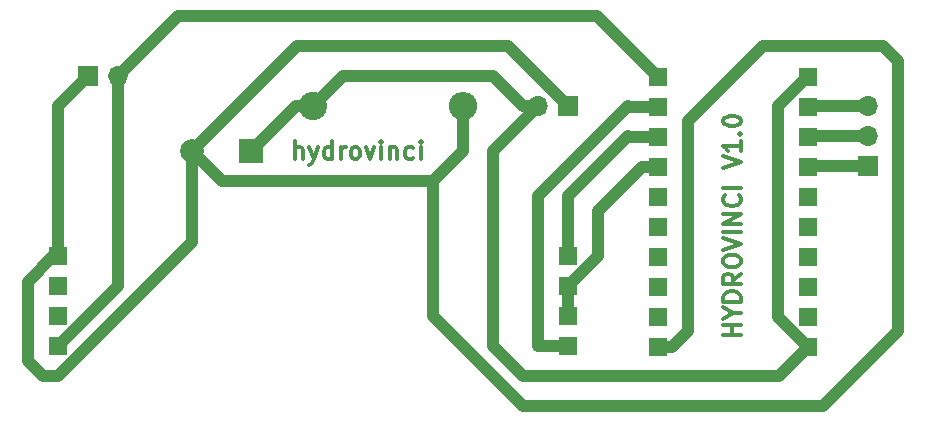
<source format=gbr>
%TF.GenerationSoftware,KiCad,Pcbnew,6.0.6*%
%TF.CreationDate,2022-07-12T15:38:02+02:00*%
%TF.ProjectId,pcb_rs485,7063625f-7273-4343-9835-2e6b69636164,rev?*%
%TF.SameCoordinates,Original*%
%TF.FileFunction,Copper,L1,Top*%
%TF.FilePolarity,Positive*%
%FSLAX46Y46*%
G04 Gerber Fmt 4.6, Leading zero omitted, Abs format (unit mm)*
G04 Created by KiCad (PCBNEW 6.0.6) date 2022-07-12 15:38:02*
%MOMM*%
%LPD*%
G01*
G04 APERTURE LIST*
%ADD10C,0.300000*%
%TA.AperFunction,NonConductor*%
%ADD11C,0.300000*%
%TD*%
%TA.AperFunction,ComponentPad*%
%ADD12R,1.524000X1.524000*%
%TD*%
%TA.AperFunction,ComponentPad*%
%ADD13C,2.400000*%
%TD*%
%TA.AperFunction,ComponentPad*%
%ADD14O,2.400000X2.400000*%
%TD*%
%TA.AperFunction,ComponentPad*%
%ADD15R,1.700000X1.700000*%
%TD*%
%TA.AperFunction,ComponentPad*%
%ADD16O,1.700000X1.700000*%
%TD*%
%TA.AperFunction,ComponentPad*%
%ADD17R,2.000000X2.000000*%
%TD*%
%TA.AperFunction,ComponentPad*%
%ADD18C,2.000000*%
%TD*%
%TA.AperFunction,Conductor*%
%ADD19C,1.000000*%
%TD*%
G04 APERTURE END LIST*
D10*
D11*
X144538571Y-97198571D02*
X144538571Y-95698571D01*
X145181428Y-97198571D02*
X145181428Y-96412857D01*
X145110000Y-96270000D01*
X144967142Y-96198571D01*
X144752857Y-96198571D01*
X144610000Y-96270000D01*
X144538571Y-96341428D01*
X145752857Y-96198571D02*
X146110000Y-97198571D01*
X146467142Y-96198571D02*
X146110000Y-97198571D01*
X145967142Y-97555714D01*
X145895714Y-97627142D01*
X145752857Y-97698571D01*
X147681428Y-97198571D02*
X147681428Y-95698571D01*
X147681428Y-97127142D02*
X147538571Y-97198571D01*
X147252857Y-97198571D01*
X147110000Y-97127142D01*
X147038571Y-97055714D01*
X146967142Y-96912857D01*
X146967142Y-96484285D01*
X147038571Y-96341428D01*
X147110000Y-96270000D01*
X147252857Y-96198571D01*
X147538571Y-96198571D01*
X147681428Y-96270000D01*
X148395714Y-97198571D02*
X148395714Y-96198571D01*
X148395714Y-96484285D02*
X148467142Y-96341428D01*
X148538571Y-96270000D01*
X148681428Y-96198571D01*
X148824285Y-96198571D01*
X149538571Y-97198571D02*
X149395714Y-97127142D01*
X149324285Y-97055714D01*
X149252857Y-96912857D01*
X149252857Y-96484285D01*
X149324285Y-96341428D01*
X149395714Y-96270000D01*
X149538571Y-96198571D01*
X149752857Y-96198571D01*
X149895714Y-96270000D01*
X149967142Y-96341428D01*
X150038571Y-96484285D01*
X150038571Y-96912857D01*
X149967142Y-97055714D01*
X149895714Y-97127142D01*
X149752857Y-97198571D01*
X149538571Y-97198571D01*
X150538571Y-96198571D02*
X150895714Y-97198571D01*
X151252857Y-96198571D01*
X151824285Y-97198571D02*
X151824285Y-96198571D01*
X151824285Y-95698571D02*
X151752857Y-95770000D01*
X151824285Y-95841428D01*
X151895714Y-95770000D01*
X151824285Y-95698571D01*
X151824285Y-95841428D01*
X152538571Y-96198571D02*
X152538571Y-97198571D01*
X152538571Y-96341428D02*
X152610000Y-96270000D01*
X152752857Y-96198571D01*
X152967142Y-96198571D01*
X153110000Y-96270000D01*
X153181428Y-96412857D01*
X153181428Y-97198571D01*
X154538571Y-97127142D02*
X154395714Y-97198571D01*
X154110000Y-97198571D01*
X153967142Y-97127142D01*
X153895714Y-97055714D01*
X153824285Y-96912857D01*
X153824285Y-96484285D01*
X153895714Y-96341428D01*
X153967142Y-96270000D01*
X154110000Y-96198571D01*
X154395714Y-96198571D01*
X154538571Y-96270000D01*
X155181428Y-97198571D02*
X155181428Y-96198571D01*
X155181428Y-95698571D02*
X155110000Y-95770000D01*
X155181428Y-95841428D01*
X155252857Y-95770000D01*
X155181428Y-95698571D01*
X155181428Y-95841428D01*
D10*
D11*
X182288571Y-112120000D02*
X180788571Y-112120000D01*
X181502857Y-112120000D02*
X181502857Y-111262857D01*
X182288571Y-111262857D02*
X180788571Y-111262857D01*
X181574285Y-110262857D02*
X182288571Y-110262857D01*
X180788571Y-110762857D02*
X181574285Y-110262857D01*
X180788571Y-109762857D01*
X182288571Y-109262857D02*
X180788571Y-109262857D01*
X180788571Y-108905714D01*
X180860000Y-108691428D01*
X181002857Y-108548571D01*
X181145714Y-108477142D01*
X181431428Y-108405714D01*
X181645714Y-108405714D01*
X181931428Y-108477142D01*
X182074285Y-108548571D01*
X182217142Y-108691428D01*
X182288571Y-108905714D01*
X182288571Y-109262857D01*
X182288571Y-106905714D02*
X181574285Y-107405714D01*
X182288571Y-107762857D02*
X180788571Y-107762857D01*
X180788571Y-107191428D01*
X180860000Y-107048571D01*
X180931428Y-106977142D01*
X181074285Y-106905714D01*
X181288571Y-106905714D01*
X181431428Y-106977142D01*
X181502857Y-107048571D01*
X181574285Y-107191428D01*
X181574285Y-107762857D01*
X180788571Y-105977142D02*
X180788571Y-105691428D01*
X180860000Y-105548571D01*
X181002857Y-105405714D01*
X181288571Y-105334285D01*
X181788571Y-105334285D01*
X182074285Y-105405714D01*
X182217142Y-105548571D01*
X182288571Y-105691428D01*
X182288571Y-105977142D01*
X182217142Y-106120000D01*
X182074285Y-106262857D01*
X181788571Y-106334285D01*
X181288571Y-106334285D01*
X181002857Y-106262857D01*
X180860000Y-106120000D01*
X180788571Y-105977142D01*
X180788571Y-104905714D02*
X182288571Y-104405714D01*
X180788571Y-103905714D01*
X182288571Y-103405714D02*
X180788571Y-103405714D01*
X182288571Y-102691428D02*
X180788571Y-102691428D01*
X182288571Y-101834285D01*
X180788571Y-101834285D01*
X182145714Y-100262857D02*
X182217142Y-100334285D01*
X182288571Y-100548571D01*
X182288571Y-100691428D01*
X182217142Y-100905714D01*
X182074285Y-101048571D01*
X181931428Y-101120000D01*
X181645714Y-101191428D01*
X181431428Y-101191428D01*
X181145714Y-101120000D01*
X181002857Y-101048571D01*
X180860000Y-100905714D01*
X180788571Y-100691428D01*
X180788571Y-100548571D01*
X180860000Y-100334285D01*
X180931428Y-100262857D01*
X182288571Y-99620000D02*
X180788571Y-99620000D01*
X180788571Y-97977142D02*
X182288571Y-97477142D01*
X180788571Y-96977142D01*
X182288571Y-95691428D02*
X182288571Y-96548571D01*
X182288571Y-96120000D02*
X180788571Y-96120000D01*
X181002857Y-96262857D01*
X181145714Y-96405714D01*
X181217142Y-96548571D01*
X182145714Y-95048571D02*
X182217142Y-94977142D01*
X182288571Y-95048571D01*
X182217142Y-95120000D01*
X182145714Y-95048571D01*
X182288571Y-95048571D01*
X180788571Y-94048571D02*
X180788571Y-93905714D01*
X180860000Y-93762857D01*
X180931428Y-93691428D01*
X181074285Y-93620000D01*
X181360000Y-93548571D01*
X181717142Y-93548571D01*
X182002857Y-93620000D01*
X182145714Y-93691428D01*
X182217142Y-93762857D01*
X182288571Y-93905714D01*
X182288571Y-94048571D01*
X182217142Y-94191428D01*
X182145714Y-94262857D01*
X182002857Y-94334285D01*
X181717142Y-94405714D01*
X181360000Y-94405714D01*
X181074285Y-94334285D01*
X180931428Y-94262857D01*
X180860000Y-94191428D01*
X180788571Y-94048571D01*
D12*
%TO.P,U2,1,RO*%
%TO.N,/TX*%
X167640000Y-113030000D03*
%TO.P,U2,2,RE*%
%TO.N,/ENABLE*%
X167640000Y-110490000D03*
%TO.P,U2,3,DE*%
X167640000Y-107950000D03*
%TO.P,U2,4,DI*%
%TO.N,/RX*%
X167640000Y-105410000D03*
%TO.P,U2,5,VCC*%
%TO.N,+5V*%
X124460000Y-113030000D03*
%TO.P,U2,6,B*%
%TO.N,unconnected-(U2-Pad6)*%
X124460000Y-110490000D03*
%TO.P,U2,7,A*%
%TO.N,unconnected-(U2-Pad7)*%
X124460000Y-107950000D03*
%TO.P,U2,8,GND*%
%TO.N,GND*%
X124460000Y-105410000D03*
%TD*%
D13*
%TO.P,R1,1*%
%TO.N,+3.3V*%
X146050000Y-92710000D03*
D14*
%TO.P,R1,2*%
%TO.N,GND*%
X158750000Y-92710000D03*
%TD*%
D15*
%TO.P,J1,1,Pin_1*%
%TO.N,Net-(J1-Pad1)*%
X193040000Y-97775000D03*
D16*
%TO.P,J1,2,Pin_2*%
%TO.N,Net-(J1-Pad2)*%
X193040000Y-95235000D03*
%TO.P,J1,3,Pin_3*%
%TO.N,Net-(J1-Pad3)*%
X193040000Y-92695000D03*
%TD*%
D12*
%TO.P,U1,1,VB*%
%TO.N,+5V*%
X175260000Y-90265000D03*
%TO.P,U1,2,B1*%
%TO.N,/TX*%
X175260000Y-92805000D03*
%TO.P,U1,3,B2*%
%TO.N,/RX*%
X175260000Y-95345000D03*
%TO.P,U1,4,B3*%
%TO.N,/ENABLE*%
X175260000Y-97885000D03*
%TO.P,U1,5,B4*%
%TO.N,unconnected-(U1-Pad5)*%
X175260000Y-100425000D03*
%TO.P,U1,6,B5*%
%TO.N,unconnected-(U1-Pad6)*%
X175260000Y-102965000D03*
%TO.P,U1,7,B6*%
%TO.N,unconnected-(U1-Pad7)*%
X175260000Y-105505000D03*
%TO.P,U1,8,B7*%
%TO.N,unconnected-(U1-Pad8)*%
X175260000Y-108045000D03*
%TO.P,U1,9,B8*%
%TO.N,unconnected-(U1-Pad9)*%
X175260000Y-110585000D03*
%TO.P,U1,10,GND*%
%TO.N,GND*%
X175260000Y-113125000D03*
%TO.P,U1,11,VA*%
%TO.N,+3.3V*%
X187960000Y-90265000D03*
%TO.P,U1,12,A1*%
%TO.N,Net-(J1-Pad3)*%
X187960000Y-92805000D03*
%TO.P,U1,13,A2*%
%TO.N,Net-(J1-Pad2)*%
X187960000Y-95345000D03*
%TO.P,U1,14,A3*%
%TO.N,Net-(J1-Pad1)*%
X187960000Y-97885000D03*
%TO.P,U1,15,A4*%
%TO.N,unconnected-(U1-Pad15)*%
X187960000Y-100425000D03*
%TO.P,U1,16,A5*%
%TO.N,unconnected-(U1-Pad16)*%
X187960000Y-102965000D03*
%TO.P,U1,17,A6*%
%TO.N,unconnected-(U1-Pad17)*%
X187960000Y-105505000D03*
%TO.P,U1,18,A7*%
%TO.N,unconnected-(U1-Pad18)*%
X187960000Y-108045000D03*
%TO.P,U1,19,A8*%
%TO.N,unconnected-(U1-Pad19)*%
X187960000Y-110585000D03*
%TO.P,U1,20,OE*%
%TO.N,+3.3V*%
X187960000Y-113125000D03*
%TD*%
D15*
%TO.P,J3,1,Pin_1*%
%TO.N,GND*%
X127000000Y-90170000D03*
D16*
%TO.P,J3,2,Pin_2*%
%TO.N,+5V*%
X129540000Y-90170000D03*
%TD*%
D17*
%TO.P,C1,1*%
%TO.N,+3.3V*%
X140797677Y-96520000D03*
D18*
%TO.P,C1,2*%
%TO.N,GND*%
X135797677Y-96520000D03*
%TD*%
D15*
%TO.P,J2,1,Pin_1*%
%TO.N,GND*%
X167640000Y-92710000D03*
D16*
%TO.P,J2,2,Pin_2*%
%TO.N,+3.3V*%
X165100000Y-92710000D03*
%TD*%
D19*
%TO.N,GND*%
X156210000Y-99060000D02*
X156210000Y-110490000D01*
X156210000Y-110490000D02*
X163830000Y-118110000D01*
X194310000Y-87630000D02*
X184150000Y-87630000D01*
X184150000Y-87630000D02*
X177800000Y-93980000D01*
X163830000Y-118110000D02*
X189230000Y-118110000D01*
X176435000Y-113125000D02*
X175260000Y-113125000D01*
X189230000Y-118110000D02*
X195580000Y-111760000D01*
X195580000Y-111760000D02*
X195580000Y-88900000D01*
X195580000Y-88900000D02*
X194310000Y-87630000D01*
X177800000Y-93980000D02*
X177800000Y-111760000D01*
X177800000Y-111760000D02*
X176435000Y-113125000D01*
%TO.N,+5V*%
X175260000Y-90265000D02*
X170085000Y-85090000D01*
X170085000Y-85090000D02*
X134620000Y-85090000D01*
X134620000Y-85090000D02*
X129540000Y-90170000D01*
%TO.N,GND*%
X135797677Y-96520000D02*
X144687677Y-87630000D01*
X144687677Y-87630000D02*
X162560000Y-87630000D01*
X162560000Y-87630000D02*
X167640000Y-92710000D01*
%TO.N,+3.3V*%
X165100000Y-92710000D02*
X163830000Y-92710000D01*
X187960000Y-113125000D02*
X185420000Y-110585000D01*
X187865000Y-90265000D02*
X187960000Y-90265000D01*
X163830000Y-115570000D02*
X185515000Y-115570000D01*
X165100000Y-92710000D02*
X161290000Y-96520000D01*
X146050000Y-92710000D02*
X144607677Y-92710000D01*
X185420000Y-110585000D02*
X185420000Y-92710000D01*
X144607677Y-92710000D02*
X140797677Y-96520000D01*
X163830000Y-92710000D02*
X161290000Y-90170000D01*
X185515000Y-115570000D02*
X187960000Y-113125000D01*
X148590000Y-90170000D02*
X146050000Y-92710000D01*
X161290000Y-113030000D02*
X163830000Y-115570000D01*
X185420000Y-92710000D02*
X187865000Y-90265000D01*
X161290000Y-90170000D02*
X148590000Y-90170000D01*
X161290000Y-96520000D02*
X161290000Y-113030000D01*
%TO.N,GND*%
X156210000Y-99060000D02*
X158750000Y-96520000D01*
X121920000Y-107566000D02*
X121920000Y-114300000D01*
X124460000Y-115570000D02*
X135797677Y-104232323D01*
X124460000Y-92710000D02*
X127000000Y-90170000D01*
X135797677Y-96520000D02*
X138337677Y-99060000D01*
X138337677Y-99060000D02*
X156210000Y-99060000D01*
X135797677Y-104232323D02*
X135797677Y-96520000D01*
X123190000Y-115570000D02*
X124460000Y-115570000D01*
X124076000Y-105410000D02*
X121920000Y-107566000D01*
X158750000Y-92710000D02*
X158750000Y-96520000D01*
X124460000Y-105410000D02*
X124076000Y-105410000D01*
X124460000Y-105410000D02*
X124460000Y-92710000D01*
X121920000Y-114300000D02*
X123190000Y-115570000D01*
%TO.N,Net-(J1-Pad1)*%
X193040000Y-97775000D02*
X188070000Y-97775000D01*
X188070000Y-97775000D02*
X187960000Y-97885000D01*
%TO.N,Net-(J1-Pad2)*%
X188070000Y-95235000D02*
X187960000Y-95345000D01*
X193040000Y-95235000D02*
X188070000Y-95235000D01*
%TO.N,Net-(J1-Pad3)*%
X193040000Y-92695000D02*
X188070000Y-92695000D01*
X188070000Y-92695000D02*
X187960000Y-92805000D01*
%TO.N,+5V*%
X129540000Y-107950000D02*
X129540000Y-90170000D01*
X124460000Y-113030000D02*
X129540000Y-107950000D01*
%TO.N,/TX*%
X167640000Y-113030000D02*
X165100000Y-113030000D01*
X165100000Y-113030000D02*
X165100000Y-100330000D01*
X172720000Y-92710000D02*
X172815000Y-92805000D01*
X172815000Y-92805000D02*
X175260000Y-92805000D01*
X165100000Y-100330000D02*
X172720000Y-92710000D01*
%TO.N,/RX*%
X172815000Y-95345000D02*
X175260000Y-95345000D01*
X167640000Y-100330000D02*
X172720000Y-95250000D01*
X167640000Y-105410000D02*
X167640000Y-100330000D01*
X172720000Y-95250000D02*
X172815000Y-95345000D01*
%TO.N,/ENABLE*%
X173895000Y-97885000D02*
X175260000Y-97885000D01*
X170180000Y-101600000D02*
X173895000Y-97885000D01*
X167640000Y-107950000D02*
X170180000Y-105410000D01*
X167640000Y-110490000D02*
X167640000Y-107950000D01*
X170180000Y-105410000D02*
X170180000Y-101600000D01*
%TD*%
M02*

</source>
